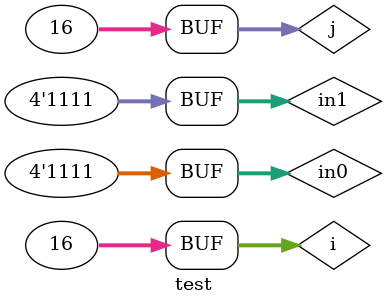
<source format=v>

`timescale 1ns/1ns
`default_nettype none
module test;

    localparam WIDTH = 4;

    reg [WIDTH-1:0] in0, in1;
    wire [WIDTH-1:0] out;

    integer i, j;

    initial begin
        for (i = 0; i < 2 ** WIDTH; i = i + 1) begin
            for (j = 0; j < 2 ** WIDTH; j = j + 1) begin
                in0 <= i;
                in1 <= j;
                #10;
            end
        end
    end

    initial $monitor("in0= %d, in1=%d, out=%d", in0, in1, out);


    adder #(
        .WIDTH(WIDTH)
    ) adder_i (
        .in0(in0),
        .in1(in1),
        .out(out),
        .carry()
    ); 

endmodule 
`default_nettype wire

</source>
